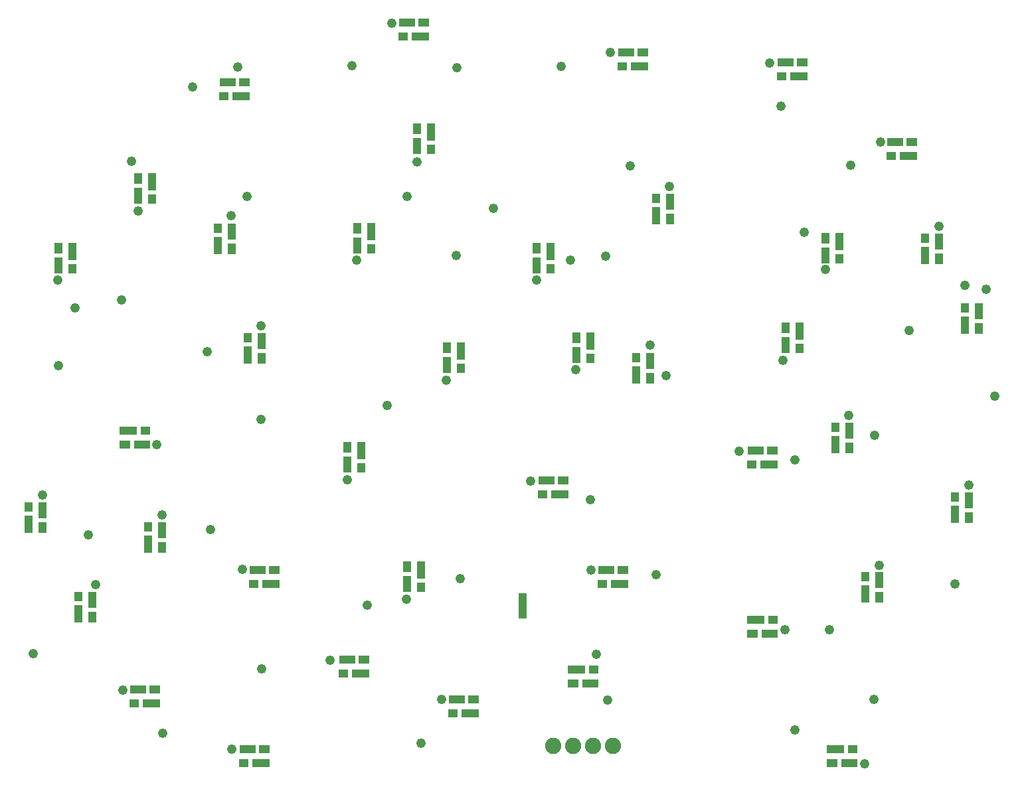
<source format=gbs>
G04 EAGLE Gerber RS-274X export*
G75*
%MOMM*%
%FSLAX34Y34*%
%LPD*%
%INSoldermask Bottom*%
%IPPOS*%
%AMOC8*
5,1,8,0,0,1.08239X$1,22.5*%
G01*
%ADD10C,2.082800*%
%ADD11R,1.103200X3.203200*%
%ADD12R,1.053200X2.103200*%
%ADD13R,1.053200X1.203200*%
%ADD14R,1.053200X1.353200*%
%ADD15R,1.053200X2.203200*%
%ADD16R,2.103200X1.053200*%
%ADD17R,1.203200X1.053200*%
%ADD18R,1.353200X1.053200*%
%ADD19R,2.203200X1.053200*%
%ADD20C,1.209600*%


D10*
X762000Y88900D03*
X787400Y88900D03*
X812800Y88900D03*
X838200Y88900D03*
D11*
X722884Y267953D03*
D12*
X130950Y702200D03*
D13*
X148450Y697700D03*
D14*
X130950Y723950D03*
D15*
X148450Y719700D03*
D12*
X232550Y791100D03*
D13*
X250050Y786600D03*
D14*
X232550Y812850D03*
D15*
X250050Y808600D03*
D16*
X346600Y935850D03*
D17*
X342100Y918350D03*
D18*
X368350Y935850D03*
D19*
X364100Y918350D03*
D12*
X351650Y745600D03*
D13*
X334150Y750100D03*
D14*
X351650Y723850D03*
D15*
X334150Y728100D03*
D12*
X389750Y605900D03*
D13*
X372250Y610400D03*
D14*
X389750Y584150D03*
D15*
X372250Y588400D03*
D16*
X237600Y473850D03*
D17*
X242100Y491350D03*
D18*
X215850Y473850D03*
D19*
X220100Y491350D03*
D12*
X110350Y390000D03*
D13*
X92850Y394500D03*
D14*
X110350Y368250D03*
D15*
X92850Y372500D03*
D12*
X262750Y364600D03*
D13*
X245250Y369100D03*
D14*
X262750Y342850D03*
D15*
X245250Y347100D03*
D12*
X173850Y275700D03*
D13*
X156350Y280200D03*
D14*
X173850Y253950D03*
D15*
X156350Y258200D03*
D16*
X232300Y161150D03*
D17*
X227800Y143650D03*
D18*
X254050Y161150D03*
D19*
X249800Y143650D03*
D16*
X372000Y84950D03*
D17*
X367500Y67450D03*
D18*
X393750Y84950D03*
D19*
X389500Y67450D03*
D16*
X384700Y313550D03*
D17*
X380200Y296050D03*
D18*
X406450Y313550D03*
D19*
X402200Y296050D03*
D16*
X499000Y199250D03*
D17*
X494500Y181750D03*
D18*
X520750Y199250D03*
D19*
X516500Y181750D03*
D16*
X638700Y148450D03*
D17*
X634200Y130950D03*
D18*
X660450Y148450D03*
D19*
X656200Y130950D03*
D12*
X575450Y295800D03*
D13*
X592950Y291300D03*
D14*
X575450Y317550D03*
D15*
X592950Y313300D03*
D12*
X499250Y448200D03*
D13*
X516750Y443700D03*
D14*
X499250Y469950D03*
D15*
X516750Y465700D03*
D12*
X626250Y575200D03*
D13*
X643750Y570700D03*
D14*
X626250Y596950D03*
D15*
X643750Y592700D03*
D12*
X511950Y727600D03*
D13*
X529450Y723100D03*
D14*
X511950Y749350D03*
D15*
X529450Y745100D03*
D12*
X588150Y854600D03*
D13*
X605650Y850100D03*
D14*
X588150Y876350D03*
D15*
X605650Y872100D03*
D16*
X575200Y1012050D03*
D17*
X570700Y994550D03*
D18*
X596950Y1012050D03*
D19*
X592700Y994550D03*
D16*
X753000Y427850D03*
D17*
X748500Y410350D03*
D18*
X774750Y427850D03*
D19*
X770500Y410350D03*
D12*
X791350Y587900D03*
D13*
X808850Y583400D03*
D14*
X791350Y609650D03*
D15*
X808850Y605400D03*
D12*
X740550Y702200D03*
D13*
X758050Y697700D03*
D14*
X740550Y723950D03*
D15*
X758050Y719700D03*
D16*
X854600Y973950D03*
D17*
X850100Y956450D03*
D18*
X876350Y973950D03*
D19*
X872100Y956450D03*
D12*
X910450Y783700D03*
D13*
X892950Y788200D03*
D14*
X910450Y761950D03*
D15*
X892950Y766200D03*
D12*
X885050Y580500D03*
D13*
X867550Y585000D03*
D14*
X885050Y558750D03*
D15*
X867550Y563000D03*
D16*
X829200Y313550D03*
D17*
X824700Y296050D03*
D18*
X850950Y313550D03*
D19*
X846700Y296050D03*
D16*
X1019700Y465950D03*
D17*
X1015200Y448450D03*
D18*
X1041450Y465950D03*
D19*
X1037200Y448450D03*
D12*
X1058050Y600600D03*
D13*
X1075550Y596100D03*
D14*
X1058050Y622350D03*
D15*
X1075550Y618100D03*
D12*
X1108850Y714900D03*
D13*
X1126350Y710400D03*
D14*
X1108850Y736650D03*
D15*
X1126350Y732400D03*
D16*
X1057800Y961250D03*
D17*
X1053300Y943750D03*
D18*
X1079550Y961250D03*
D19*
X1075300Y943750D03*
D16*
X1197500Y859650D03*
D17*
X1193000Y842150D03*
D18*
X1219250Y859650D03*
D19*
X1215000Y842150D03*
D12*
X1253350Y732900D03*
D13*
X1235850Y737400D03*
D14*
X1253350Y711150D03*
D15*
X1235850Y715400D03*
D12*
X1304150Y644000D03*
D13*
X1286650Y648500D03*
D14*
X1304150Y622250D03*
D15*
X1286650Y626500D03*
D12*
X1139050Y491600D03*
D13*
X1121550Y496100D03*
D14*
X1139050Y469850D03*
D15*
X1121550Y474100D03*
D12*
X1291450Y402700D03*
D13*
X1273950Y407200D03*
D14*
X1291450Y380950D03*
D15*
X1273950Y385200D03*
D12*
X1177150Y301100D03*
D13*
X1159650Y305600D03*
D14*
X1177150Y279350D03*
D15*
X1159650Y283600D03*
D16*
X1139300Y67450D03*
D17*
X1143800Y84950D03*
D18*
X1117550Y67450D03*
D19*
X1121800Y84950D03*
D16*
X1037700Y232550D03*
D17*
X1042200Y250050D03*
D18*
X1015950Y232550D03*
D19*
X1020200Y250050D03*
D16*
X809100Y169050D03*
D17*
X813600Y186550D03*
D18*
X787350Y169050D03*
D19*
X791600Y186550D03*
D20*
X816610Y205994D03*
X1069594Y109982D03*
X1170686Y148844D03*
X1273810Y295656D03*
X1171956Y485140D03*
X1325118Y535178D03*
X1286510Y676656D03*
X1140714Y829818D03*
X1052322Y905764D03*
X1081532Y744728D03*
X1215390Y619506D03*
X1114044Y237744D03*
X892810Y307340D03*
X905764Y561848D03*
X829056Y713994D03*
X860044Y829310D03*
X771906Y956056D03*
X784098Y708914D03*
X808990Y403352D03*
X643382Y302260D03*
X593598Y92964D03*
X525018Y268986D03*
X550164Y523748D03*
X638302Y715010D03*
X575310Y789940D03*
X639064Y954786D03*
X504952Y956818D03*
X389636Y505714D03*
X325120Y364998D03*
X390398Y187706D03*
X263906Y105664D03*
X98806Y206756D03*
X169164Y358902D03*
X131064Y574294D03*
X320294Y592328D03*
X371602Y790194D03*
X302260Y930402D03*
X224536Y835152D03*
X211836Y657860D03*
X685800Y774700D03*
X1070102Y453898D03*
X130556Y684022D03*
X232410Y771906D03*
X359410Y955802D03*
X351536Y765556D03*
X389382Y625348D03*
X256540Y473964D03*
X110744Y409194D03*
X263398Y384048D03*
X178816Y294688D03*
X212852Y160528D03*
X352298Y84836D03*
X365760Y314452D03*
X477266Y198882D03*
X619252Y148336D03*
X574548Y276098D03*
X499364Y428752D03*
X625856Y556006D03*
X511556Y708914D03*
X588010Y834136D03*
X556260Y1011428D03*
X733044Y427228D03*
X790956Y568960D03*
X740918Y683260D03*
X834644Y973836D03*
X909828Y802640D03*
X885444Y600710D03*
X810260Y313944D03*
X999236Y465074D03*
X1055024Y580898D03*
X1108710Y697230D03*
X1037590Y960628D03*
X1178814Y859790D03*
X1253998Y751840D03*
X1314196Y671576D03*
X1138936Y511048D03*
X1291590Y422402D03*
X1177290Y319278D03*
X1159002Y66802D03*
X1057148Y237744D03*
X831596Y147828D03*
X152400Y647700D03*
M02*

</source>
